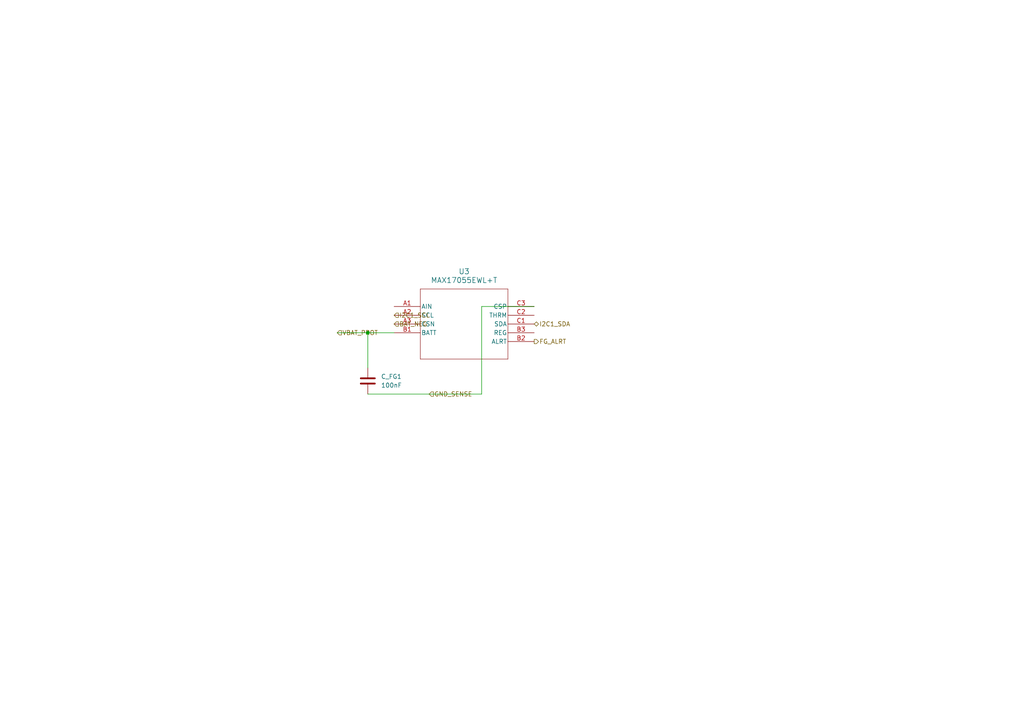
<source format=kicad_sch>
(kicad_sch (version 20250114) (generator "eeschema") (generator_version "9.0")
  (paper "A4")
  (lib_symbols
    (symbol "Device:C" (pin_numbers (hide yes)) (pin_names (offset 0.254))
      (property "Reference" "C" (at 0.635 2.54 0))
      (property "Value" "C" (at 0.635 -2.54 0))
      (symbol "C_0_1"
        (polyline (pts (xy -2.032 0.762) (xy 2.032 0.762)) (stroke (width 0.508)))
        (polyline (pts (xy -2.032 -0.762) (xy 2.032 -0.762)) (stroke (width 0.508)))
      )
      (symbol "C_1_1"
        (pin passive line (at 0 3.81 270) (length 2.794) (name "~") (number "1"))
        (pin passive line (at 0 -3.81 90) (length 2.794) (name "~") (number "2"))
      )
    )
    (symbol "MAX17055EWL+T:MAX17055EWL+T" (pin_names (offset 0.254))
      (property "Reference" "U" (at 20.32 10.16 0))
      (property "Value" "MAX17055EWL+T" (at 20.32 7.62 0))
      (symbol "MAX17055EWL+T_0_1"
        (polyline (pts (xy 7.62 5.08) (xy 7.62 -15.24)) (stroke (width 0.127)))
        (polyline (pts (xy 7.62 -15.24) (xy 33.02 -15.24)) (stroke (width 0.127)))
        (polyline (pts (xy 33.02 5.08) (xy 7.62 5.08)) (stroke (width 0.127)))
        (polyline (pts (xy 33.02 -15.24) (xy 33.02 5.08)) (stroke (width 0.127)))
        (pin input line (at 0 0 0) (length 7.62) (name "AIN") (number "A1"))
        (pin input line (at 0 -2.54 0) (length 7.62) (name "SCL") (number "A2"))
        (pin unspecified line (at 0 -5.08 0) (length 7.62) (name "CSN") (number "A3"))
        (pin unspecified line (at 0 -7.62 0) (length 7.62) (name "BATT") (number "B1"))
        (pin unspecified line (at 40.64 0 180) (length 7.62) (name "CSP") (number "C3"))
        (pin unspecified line (at 40.64 -2.54 180) (length 7.62) (name "THRM") (number "C2"))
        (pin bidirectional line (at 40.64 -5.08 180) (length 7.62) (name "SDA") (number "C1"))
        (pin output line (at 40.64 -7.62 180) (length 7.62) (name "REG") (number "B3"))
        (pin output line (at 40.64 -10.16 180) (length 7.62) (name "ALRT") (number "B2"))
      )
    )
  )
  (junction (at 106.68 96.52))
  (wire (pts (xy 139.7 114.3) (xy 139.7 88.9)))
  (wire (pts (xy 97.79 96.52) (xy 106.68 96.52)))
  (wire (pts (xy 106.68 96.52) (xy 114.3 96.52)))
  (wire (pts (xy 106.68 96.52) (xy 106.68 106.68)))
  (wire (pts (xy 139.7 88.9) (xy 154.94 88.9)))
  (wire (pts (xy 106.68 114.3) (xy 139.7 114.3)))
  (hierarchical_label "VBAT_PROT" (shape input) (at 97.79 96.52 0))
  (hierarchical_label "FG_ALRT" (shape output) (at 154.94 99.06 0))
  (hierarchical_label "I2C1_SCL" (shape input) (at 114.3 91.44 0))
  (hierarchical_label "BAT_NEG" (shape input) (at 114.3 93.98 0))
  (hierarchical_label "I2C1_SDA" (shape bidirectional) (at 154.94 93.98 0))
  (hierarchical_label "GND_SENSE" (shape input) (at 124.46 114.3 0))
  (symbol (lib_id "Device:C") (at 106.68 110.49 0) (unit 1)
    (property "Reference" "C_FG1" (at 110.49 109.2199 0) (effects (justify left)))
    (property "Value" "100nF" (at 110.49 111.7599 0) (effects (justify left)))
    (property "Footprint" "Capacitor_SMD:C_0402_1005Metric" (effects (hide yes)))
    (property "Description" "Unpolarized capacitor" (effects (hide yes)))
  )
  (symbol (lib_id "MAX17055EWL+T:MAX17055EWL+T") (at 114.3 88.9 0) (unit 1)
    (property "Reference" "U3" (at 134.62 78.74 0) (effects (font (size 1.524 1.524))))
    (property "Value" "MAX17055EWL+T" (at 134.62 81.28 0) (effects (font (size 1.524 1.524))))
    (property "Footprint" "MAX17055EWL+T:BGA9N40P3X3_140X149X69N" (effects (hide yes)))
    (property "Datasheet" "MAX17055EWL+T" (effects (hide yes)))
  )
)
</source>
